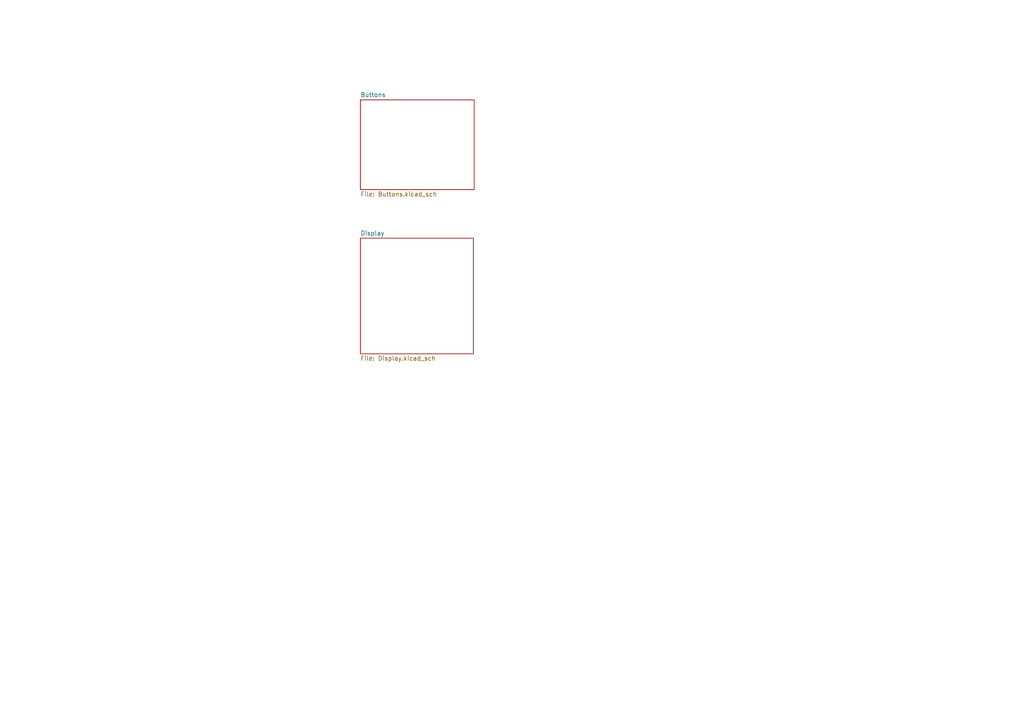
<source format=kicad_sch>
(kicad_sch (version 20211123) (generator eeschema)
  (paper "A4")
  (lib_symbols)
  (sheet (at 104.521 69.088) (size 32.766 33.528) (stroke (width 0.1524))
    (property "Sheet name" "Display" (at 104.521 68.3764 0) (effects (justify left bottom)))
    (property "Sheet file" "Display.kicad_sch" (at 104.521 103.2006 0) (effects (justify left top)))
  )
  (sheet (at 104.521 28.956) (size 33.02 26.035) (stroke (width 0.1524))
    (property "Sheet name" "Buttons" (at 104.521 28.2444 0) (effects (justify left bottom)))
    (property "Sheet file" "Buttons.kicad_sch" (at 104.521 55.5756 0) (effects (justify left top)))
  )
)
</source>
